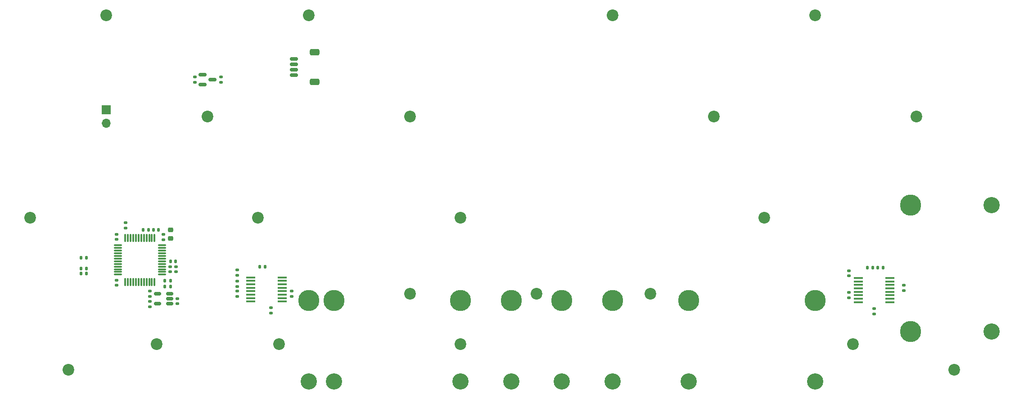
<source format=gbr>
%TF.GenerationSoftware,KiCad,Pcbnew,8.0.8*%
%TF.CreationDate,2025-05-09T16:59:32+02:00*%
%TF.ProjectId,pandemonium EC 2 Layer,70616e64-656d-46f6-9e69-756d20454320,rev?*%
%TF.SameCoordinates,Original*%
%TF.FileFunction,Soldermask,Bot*%
%TF.FilePolarity,Negative*%
%FSLAX46Y46*%
G04 Gerber Fmt 4.6, Leading zero omitted, Abs format (unit mm)*
G04 Created by KiCad (PCBNEW 8.0.8) date 2025-05-09 16:59:32*
%MOMM*%
%LPD*%
G01*
G04 APERTURE LIST*
G04 Aperture macros list*
%AMRoundRect*
0 Rectangle with rounded corners*
0 $1 Rounding radius*
0 $2 $3 $4 $5 $6 $7 $8 $9 X,Y pos of 4 corners*
0 Add a 4 corners polygon primitive as box body*
4,1,4,$2,$3,$4,$5,$6,$7,$8,$9,$2,$3,0*
0 Add four circle primitives for the rounded corners*
1,1,$1+$1,$2,$3*
1,1,$1+$1,$4,$5*
1,1,$1+$1,$6,$7*
1,1,$1+$1,$8,$9*
0 Add four rect primitives between the rounded corners*
20,1,$1+$1,$2,$3,$4,$5,0*
20,1,$1+$1,$4,$5,$6,$7,0*
20,1,$1+$1,$6,$7,$8,$9,0*
20,1,$1+$1,$8,$9,$2,$3,0*%
G04 Aperture macros list end*
%ADD10C,2.200000*%
%ADD11C,3.048000*%
%ADD12C,3.987800*%
%ADD13R,1.700000X1.700000*%
%ADD14O,1.700000X1.700000*%
%ADD15RoundRect,0.140000X-0.140000X-0.170000X0.140000X-0.170000X0.140000X0.170000X-0.140000X0.170000X0*%
%ADD16RoundRect,0.150000X-0.587500X-0.150000X0.587500X-0.150000X0.587500X0.150000X-0.587500X0.150000X0*%
%ADD17RoundRect,0.140000X-0.170000X0.140000X-0.170000X-0.140000X0.170000X-0.140000X0.170000X0.140000X0*%
%ADD18RoundRect,0.075000X0.662500X0.075000X-0.662500X0.075000X-0.662500X-0.075000X0.662500X-0.075000X0*%
%ADD19RoundRect,0.075000X0.075000X0.662500X-0.075000X0.662500X-0.075000X-0.662500X0.075000X-0.662500X0*%
%ADD20RoundRect,0.135000X-0.135000X-0.185000X0.135000X-0.185000X0.135000X0.185000X-0.135000X0.185000X0*%
%ADD21RoundRect,0.140000X0.170000X-0.140000X0.170000X0.140000X-0.170000X0.140000X-0.170000X-0.140000X0*%
%ADD22RoundRect,0.135000X0.135000X0.185000X-0.135000X0.185000X-0.135000X-0.185000X0.135000X-0.185000X0*%
%ADD23RoundRect,0.150000X0.512500X0.150000X-0.512500X0.150000X-0.512500X-0.150000X0.512500X-0.150000X0*%
%ADD24RoundRect,0.135000X0.185000X-0.135000X0.185000X0.135000X-0.185000X0.135000X-0.185000X-0.135000X0*%
%ADD25RoundRect,0.135000X-0.185000X0.135000X-0.185000X-0.135000X0.185000X-0.135000X0.185000X0.135000X0*%
%ADD26R,1.778000X0.419100*%
%ADD27RoundRect,0.150000X-0.625000X0.150000X-0.625000X-0.150000X0.625000X-0.150000X0.625000X0.150000X0*%
%ADD28RoundRect,0.250000X-0.650000X0.350000X-0.650000X-0.350000X0.650000X-0.350000X0.650000X0.350000X0*%
%ADD29RoundRect,0.225000X0.250000X-0.225000X0.250000X0.225000X-0.250000X0.225000X-0.250000X-0.225000X0*%
%ADD30RoundRect,0.140000X0.140000X0.170000X-0.140000X0.170000X-0.140000X-0.170000X0.140000X-0.170000X0*%
G04 APERTURE END LIST*
D10*
%TO.C,H3*%
X88900000Y-33137500D03*
%TD*%
%TO.C,H5*%
X146050000Y-33137500D03*
%TD*%
%TO.C,H2*%
X69850000Y-52187500D03*
%TD*%
%TO.C,H12*%
X174625000Y-71237500D03*
%TD*%
%TO.C,H11*%
X117475000Y-71237500D03*
%TD*%
%TO.C,H20*%
X210343750Y-99812500D03*
%TD*%
%TO.C,H6*%
X165100000Y-52187500D03*
%TD*%
%TO.C,H8*%
X203200000Y-52187500D03*
%TD*%
%TO.C,H10*%
X79375000Y-71237500D03*
%TD*%
%TO.C,H18*%
X191293750Y-95050000D03*
%TD*%
%TO.C,H7*%
X184150000Y-33137500D03*
%TD*%
D11*
%TO.C,S4*%
X127000000Y-102035000D03*
D12*
X127000000Y-86795000D03*
D11*
X88900000Y-102035000D03*
D12*
X88900000Y-86795000D03*
%TD*%
D11*
%TO.C,S5*%
X184150000Y-102035000D03*
D12*
X184150000Y-86795000D03*
D11*
X146050000Y-102035000D03*
D12*
X146050000Y-86795000D03*
%TD*%
D10*
%TO.C,H9*%
X36512500Y-71237500D03*
%TD*%
%TO.C,H4*%
X107950000Y-52187500D03*
%TD*%
%TO.C,H16*%
X153193750Y-85525000D03*
%TD*%
D11*
%TO.C,S2*%
X160337500Y-102035000D03*
D12*
X160337500Y-86795000D03*
D11*
X136525000Y-102035000D03*
D12*
X136525000Y-86795000D03*
%TD*%
D11*
%TO.C,S1*%
X117475000Y-102035000D03*
D12*
X117475000Y-86795000D03*
D11*
X93662500Y-102035000D03*
D12*
X93662500Y-86795000D03*
%TD*%
D10*
%TO.C,H14*%
X60325000Y-95050000D03*
%TD*%
D12*
%TO.C,S3*%
X202088750Y-68856250D03*
X202088750Y-92668750D03*
D11*
X217328750Y-68856250D03*
X217328750Y-92668750D03*
%TD*%
D10*
%TO.C,H23*%
X83343750Y-95050000D03*
%TD*%
%TO.C,H24*%
X131762500Y-85525000D03*
%TD*%
%TO.C,H17*%
X117475000Y-95050000D03*
%TD*%
%TO.C,H15*%
X107950000Y-85525000D03*
%TD*%
%TO.C,H1*%
X50800000Y-33137500D03*
%TD*%
%TO.C,H19*%
X43656250Y-99812500D03*
%TD*%
D13*
%TO.C,SW1*%
X50800000Y-50912500D03*
D14*
X50800000Y-53452500D03*
%TD*%
D15*
%TO.C,C40*%
X62919561Y-79428486D03*
X63879561Y-79428486D03*
%TD*%
D16*
%TO.C,U9*%
X68912500Y-46193750D03*
X68912500Y-44293750D03*
X70787500Y-45243750D03*
%TD*%
D17*
%TO.C,C38*%
X52784658Y-82977500D03*
X52784658Y-83937500D03*
%TD*%
D18*
%TO.C,U8*%
X61312500Y-76425000D03*
X61312500Y-76925000D03*
X61312500Y-77425000D03*
X61312500Y-77925000D03*
X61312500Y-78425000D03*
X61312500Y-78925000D03*
X61312500Y-79425000D03*
X61312500Y-79925000D03*
X61312500Y-80425000D03*
X61312500Y-80925000D03*
X61312500Y-81425000D03*
X61312500Y-81925000D03*
D19*
X59900000Y-83337500D03*
X59400000Y-83337500D03*
X58900000Y-83337500D03*
X58400000Y-83337500D03*
X57900000Y-83337500D03*
X57400000Y-83337500D03*
X56900000Y-83337500D03*
X56400000Y-83337500D03*
X55900000Y-83337500D03*
X55400000Y-83337500D03*
X54900000Y-83337500D03*
X54400000Y-83337500D03*
D18*
X52987500Y-81925000D03*
X52987500Y-81425000D03*
X52987500Y-80925000D03*
X52987500Y-80425000D03*
X52987500Y-79925000D03*
X52987500Y-79425000D03*
X52987500Y-78925000D03*
X52987500Y-78425000D03*
X52987500Y-77925000D03*
X52987500Y-77425000D03*
X52987500Y-76925000D03*
X52987500Y-76425000D03*
D19*
X54400000Y-75012500D03*
X54900000Y-75012500D03*
X55400000Y-75012500D03*
X55900000Y-75012500D03*
X56400000Y-75012500D03*
X56900000Y-75012500D03*
X57400000Y-75012500D03*
X57900000Y-75012500D03*
X58400000Y-75012500D03*
X58900000Y-75012500D03*
X59400000Y-75012500D03*
X59900000Y-75012500D03*
%TD*%
D20*
%TO.C,R20*%
X57717500Y-73482441D03*
X58737500Y-73482441D03*
%TD*%
D17*
%TO.C,C34*%
X62864081Y-80430576D03*
X62864081Y-81390576D03*
%TD*%
D21*
%TO.C,C42*%
X67468750Y-45723750D03*
X67468750Y-44763750D03*
%TD*%
D22*
%TO.C,R25*%
X196960000Y-80601700D03*
X195940000Y-80601700D03*
%TD*%
D17*
%TO.C,C39*%
X63923750Y-80430576D03*
X63923750Y-81390576D03*
%TD*%
D22*
%TO.C,R15*%
X62872500Y-83100000D03*
X61852500Y-83100000D03*
%TD*%
D17*
%TO.C,C31*%
X75406250Y-81076250D03*
X75406250Y-82036250D03*
%TD*%
D21*
%TO.C,C41*%
X72381250Y-45723750D03*
X72381250Y-44763750D03*
%TD*%
D23*
%TO.C,U5*%
X62706250Y-85525000D03*
X62706250Y-86475000D03*
X62706250Y-87425000D03*
X60431250Y-87425000D03*
X60431250Y-85525000D03*
%TD*%
D21*
%TO.C,C30*%
X64195574Y-87426430D03*
X64195574Y-86466430D03*
%TD*%
D24*
%TO.C,R3*%
X54407441Y-73216326D03*
X54407441Y-72196326D03*
%TD*%
D25*
%TO.C,R17*%
X81756250Y-88190000D03*
X81756250Y-89210000D03*
%TD*%
%TO.C,R21*%
X85725000Y-85015000D03*
X85725000Y-86035000D03*
%TD*%
D17*
%TO.C,C32*%
X190500000Y-81184200D03*
X190500000Y-82144200D03*
%TD*%
D22*
%TO.C,R18*%
X80678750Y-80493750D03*
X79658750Y-80493750D03*
%TD*%
D26*
%TO.C,U6*%
X83936840Y-82457950D03*
X83936840Y-83108190D03*
X83936840Y-83758430D03*
X83936840Y-84408670D03*
X83936840Y-85053830D03*
X83936840Y-85704070D03*
X83936840Y-86354310D03*
X83936840Y-87004550D03*
X77988160Y-87004550D03*
X77988160Y-86354310D03*
X77988160Y-85704070D03*
X77988160Y-85053830D03*
X77988160Y-84408670D03*
X77988160Y-83758430D03*
X77988160Y-83108190D03*
X77988160Y-82457950D03*
%TD*%
D21*
%TO.C,C33*%
X61545824Y-75340288D03*
X61545824Y-74380288D03*
%TD*%
D22*
%TO.C,R1*%
X47057500Y-80768750D03*
X46037500Y-80768750D03*
%TD*%
D24*
%TO.C,R14*%
X58993750Y-88028750D03*
X58993750Y-87008750D03*
%TD*%
D21*
%TO.C,C29*%
X58993750Y-86011250D03*
X58993750Y-85051250D03*
%TD*%
D27*
%TO.C,J2*%
X86106250Y-41362500D03*
X86106250Y-42362500D03*
X86106250Y-43362500D03*
X86106250Y-44362500D03*
D28*
X89981250Y-40062500D03*
X89981250Y-45662500D03*
%TD*%
D22*
%TO.C,R13*%
X62872500Y-84193750D03*
X61852500Y-84193750D03*
%TD*%
D21*
%TO.C,C35*%
X52784658Y-75321036D03*
X52784658Y-74361036D03*
%TD*%
D20*
%TO.C,R27*%
X193958750Y-80601700D03*
X194978750Y-80601700D03*
%TD*%
D25*
%TO.C,R19*%
X75406250Y-85015000D03*
X75406250Y-86035000D03*
%TD*%
D22*
%TO.C,R4*%
X47057500Y-81756250D03*
X46037500Y-81756250D03*
%TD*%
%TO.C,R2*%
X47057500Y-78768750D03*
X46037500Y-78768750D03*
%TD*%
D24*
%TO.C,R28*%
X200818750Y-84957500D03*
X200818750Y-83937500D03*
%TD*%
D26*
%TO.C,U7*%
X198236840Y-82565900D03*
X198236840Y-83216140D03*
X198236840Y-83866380D03*
X198236840Y-84516620D03*
X198236840Y-85161780D03*
X198236840Y-85812020D03*
X198236840Y-86462260D03*
X198236840Y-87112500D03*
X192288160Y-87112500D03*
X192288160Y-86462260D03*
X192288160Y-85812020D03*
X192288160Y-85161780D03*
X192288160Y-84516620D03*
X192288160Y-83866380D03*
X192288160Y-83216140D03*
X192288160Y-82565900D03*
%TD*%
D25*
%TO.C,R26*%
X195262500Y-88297950D03*
X195262500Y-89317950D03*
%TD*%
%TO.C,R24*%
X190500000Y-85298750D03*
X190500000Y-86318750D03*
%TD*%
D29*
%TO.C,C37*%
X62894069Y-75084151D03*
X62894069Y-73534151D03*
%TD*%
D30*
%TO.C,C36*%
X60668750Y-73482441D03*
X59708750Y-73482441D03*
%TD*%
D24*
%TO.C,R16*%
X75406250Y-84163750D03*
X75406250Y-83143750D03*
%TD*%
M02*

</source>
